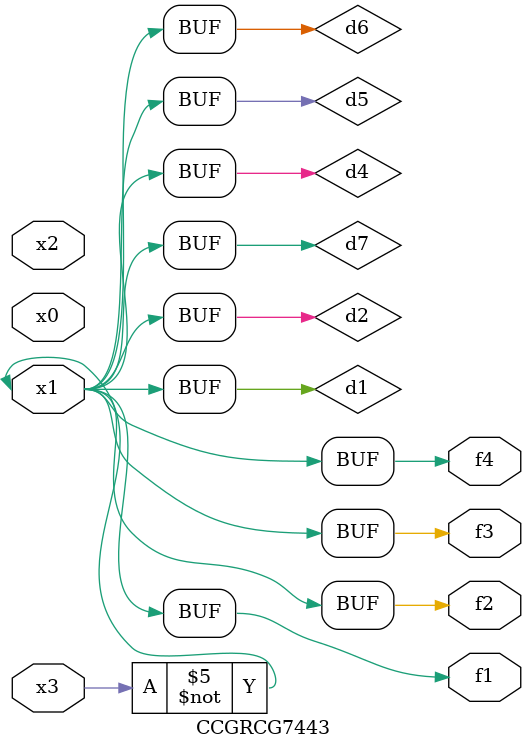
<source format=v>
module CCGRCG7443(
	input x0, x1, x2, x3,
	output f1, f2, f3, f4
);

	wire d1, d2, d3, d4, d5, d6, d7;

	not (d1, x3);
	buf (d2, x1);
	xnor (d3, d1, d2);
	nor (d4, d1);
	buf (d5, d1, d2);
	buf (d6, d4, d5);
	nand (d7, d4);
	assign f1 = d6;
	assign f2 = d7;
	assign f3 = d6;
	assign f4 = d6;
endmodule

</source>
